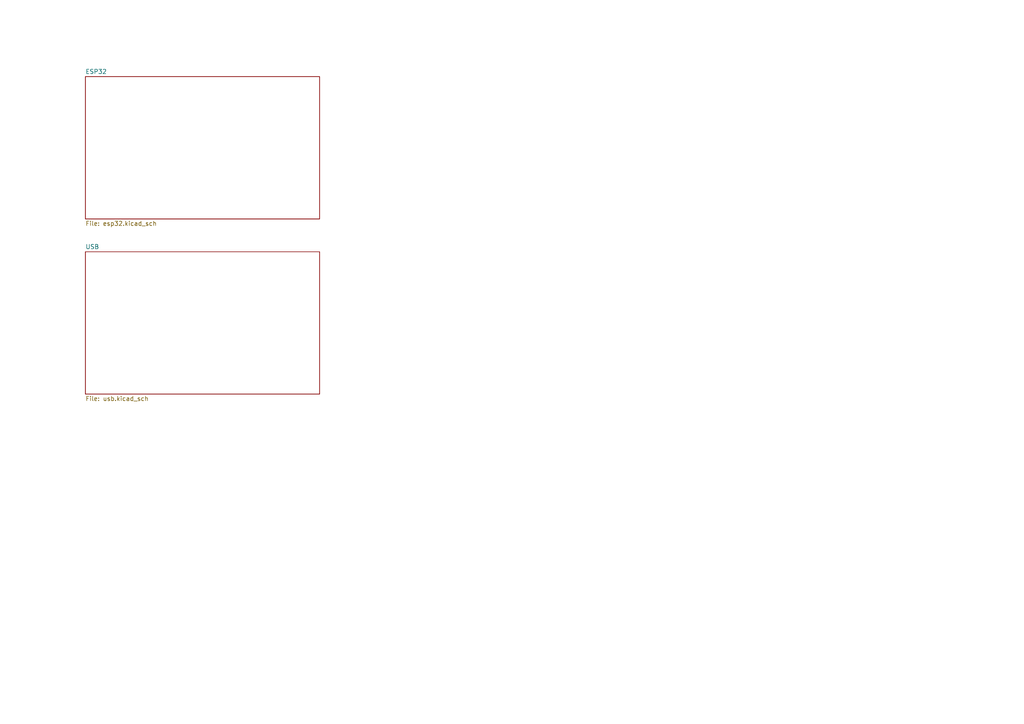
<source format=kicad_sch>
(kicad_sch (version 20230121) (generator eeschema)
  (paper "A4")
  (lib_symbols)
  (sheet (at 24.765 73.025) (size 67.945 41.275) (stroke (width 0.1524))
    (property "Sheetname" "USB" (at 24.765 72.3134 0) (effects (justify left bottom)))
    (property "Sheetfile" "usb.kicad_sch" (at 24.765 114.8846 0) (effects (justify left top)))
  )
  (sheet (at 24.765 22.225) (size 67.945 41.275) (stroke (width 0.1524))
    (property "Sheetname" "ESP32" (at 24.765 21.5134 0) (effects (justify left bottom)))
    (property "Sheetfile" "esp32.kicad_sch" (at 24.765 64.0846 0) (effects (justify left top)))
  )
)
</source>
